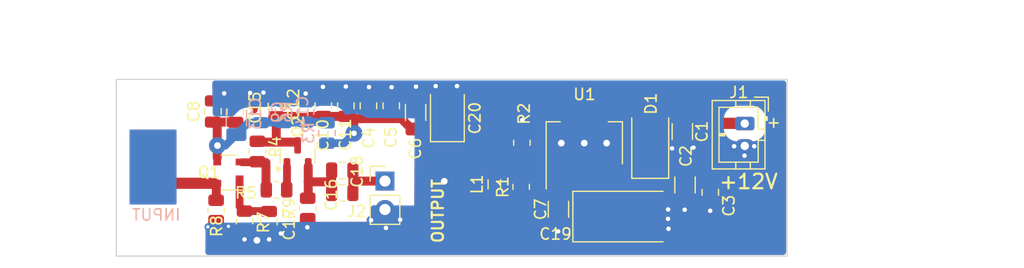
<source format=kicad_pcb>
(kicad_pcb (version 20241229) (generator "pcbnew") (generator_version "9.0")
  (layers (0 "F.Cu" signal) (2 "B.Cu" signal) (13 "F.Paste" user) (15 "B.Paste" user) (5 "F.SilkS" user "F.Silkscreen") (7 "B.SilkS" user "B.Silkscreen") (1 "F.Mask" user) (3 "B.Mask" user) (25 "Edge.Cuts" user))
  (net 0 "")
  (net 1 "GND")
  (net 2 "+12V")
  (net 3 "+11.4V")
  (net 4 "Net-(U1-ADJ)")
  (net 5 "Net-(Q1-G1)")
  (net 6 "Net-(J2-Pin_1)")
  (net 7 "Net-(Q2-E)")
  (net 8 "Net-(Q1-S)")
  (net 9 "Net-(Q1-D)")
  (net 10 "Net-(Q1-G2)")
  (net 11 "Net-(Q2-B)")
  (net 12 "+8V")
  (net 13 "Net-(U1-VO)")
  (footprint "Capacitor_SMD:C_0805_2012Metric" (layer "F.Cu") (at 120.95 84.22 90)
    (property "Reference" "C8" (at 0 -1.71 90) (layer "F.SilkS"))
    (property "Value" "10n")
    (fp_line (start -0.261252 -0.735) (end 0.261252 -0.735) (stroke (width 0.12)) (layer "F.SilkS"))
    (fp_line (start -0.261252 0.735) (end 0.261252 0.735) (stroke (width 0.12)) (layer "F.SilkS"))
    (pad "1" smd roundrect (at -0.95 0 90) (size 1 1.45) (layers "F.Cu" "F.Mask" "F.Paste") (net 10 "Net-(Q1-G2)"))
    (pad "2" smd roundrect (at 0.95 0 90) (size 1 1.45) (layers "F.Cu" "F.Mask" "F.Paste") (net 1 "GND"))
  )
  (footprint "Connector_PinHeader_2.54mm:PinHeader_1x02_P2.54mm_Vertical" (layer "F.Cu") (at 136.33 90.445)
    (property "Reference" "J2" (at -2.53 2.705 0) (layer "F.SilkS"))
    (property "Value" "Conn_01x02_Female")
    (fp_line (start -1.33 -1.33) (end 0 -1.33) (stroke (width 0.12)) (layer "F.SilkS"))
    (fp_line (start -1.33 0) (end -1.33 -1.33) (stroke (width 0.12)) (layer "F.SilkS"))
    (fp_line (start -1.33 1.27) (end -1.33 3.87) (stroke (width 0.12)) (layer "F.SilkS"))
    (fp_line (start -1.33 1.27) (end 1.33 1.27) (stroke (width 0.12)) (layer "F.SilkS"))
    (fp_line (start -1.33 3.87) (end 1.33 3.87) (stroke (width 0.12)) (layer "F.SilkS"))
    (fp_line (start 1.33 1.27) (end 1.33 3.87) (stroke (width 0.12)) (layer "F.SilkS"))
    (pad "1" thru_hole rect (at 0 0) (size 1.7 1.7) (drill 1) (layers "*.Cu" "*.Mask") (net 6 "Net-(J2-Pin_1)"))
    (pad "2" thru_hole oval (at 0 2.54) (size 1.7 1.7) (drill 1) (layers "*.Cu" "*.Mask") (net 1 "GND"))
  )
  (footprint "Capacitor_SMD:C_0805_2012Metric" (layer "F.Cu") (at 126.62 83.74 90)
    (property "Reference" "C12" (at 0.15 1.53 90) (layer "F.SilkS"))
    (property "Value" "1n")
    (fp_line (start -0.261252 -0.735) (end 0.261252 -0.735) (stroke (width 0.12)) (layer "F.SilkS"))
    (fp_line (start -0.261252 0.735) (end 0.261252 0.735) (stroke (width 0.12)) (layer "F.SilkS"))
    (pad "1" smd roundrect (at -0.95 0 90) (size 1 1.45) (layers "F.Cu" "F.Mask" "F.Paste") (net 12 "+8V"))
    (pad "2" smd roundrect (at 0.95 0 90) (size 1 1.45) (layers "F.Cu" "F.Mask" "F.Paste") (net 1 "GND"))
  )
  (footprint "Resistor_SMD:R_0805_2012Metric" (layer "F.Cu") (at 124.92 87.8 90)
    (property "Reference" "R4" (at 0.41 1.6 90) (layer "F.SilkS"))
    (property "Value" "1k3")
    (fp_line (start -0.227064 -0.735) (end 0.227064 -0.735) (stroke (width 0.12)) (layer "F.SilkS"))
    (fp_line (start -0.227064 0.735) (end 0.227064 0.735) (stroke (width 0.12)) (layer "F.SilkS"))
    (pad "1" smd roundrect (at -0.9125 0 90) (size 1.025 1.4) (layers "F.Cu" "F.Mask" "F.Paste") (roundrect_rratio 0.243902439) (net 9 "Net-(Q1-D)"))
    (pad "2" smd roundrect (at 0.9125 0 90) (size 1.025 1.4) (layers "F.Cu" "F.Mask" "F.Paste") (roundrect_rratio 0.243902439) (net 12 "+8V"))
  )
  (footprint "Package_TO_SOT_SMD:SOT-23" (layer "F.Cu") (at 128.5175 88.19 90)
    (property "Reference" "Q2" (at 2.6425 0.04 90) (layer "F.SilkS"))
    (property "Value" "BFR93A")
    (fp_line (start 0 -1.56) (end 0.65 -1.56) (stroke (width 0.12)) (layer "F.SilkS"))
    (fp_line (start 0 -1.56) (end -0.65 -1.56) (stroke (width 0.12)) (layer "F.SilkS"))
    (fp_line (start 0 1.56) (end 0.65 1.56) (stroke (width 0.12)) (layer "F.SilkS"))
    (fp_line (start 0 1.56) (end -0.65 1.56) (stroke (width 0.12)) (layer "F.SilkS"))
    (fp_poly (pts (xy -1.1625 -1.51) (xy -1.4025 -1.84) (xy -0.9225 -1.84) (xy -1.1625 -1.51)) (stroke (width 0.12)) (fill yes) (layer "F.SilkS"))
    (pad "1" smd roundrect (at -0.9375 -0.95 90) (size 1.475 0.6) (layers "F.Cu" "F.Mask" "F.Paste") (net 11 "Net-(Q2-B)"))
    (pad "2" smd roundrect (at -0.9375 0.95 90) (size 1.475 0.6) (layers "F.Cu" "F.Mask" "F.Paste") (net 7 "Net-(Q2-E)"))
    (pad "3" smd roundrect (at 0.9375 0 90) (size 1.475 0.6) (layers "F.Cu" "F.Mask" "F.Paste") (net 12 "+8V"))
  )
  (footprint "Capacitor_SMD:C_0805_2012Metric" (layer "F.Cu") (at 132.83 83.71 90)
    (property "Reference" "C11" (at -2.58 -0.05 90) (layer "F.SilkS"))
    (property "Value" "100n")
    (fp_line (start -0.261252 -0.735) (end 0.261252 -0.735) (stroke (width 0.12)) (layer "F.SilkS"))
    (fp_line (start -0.261252 0.735) (end 0.261252 0.735) (stroke (width 0.12)) (layer "F.SilkS"))
    (pad "1" smd roundrect (at -0.95 0 90) (size 1 1.45) (layers "F.Cu" "F.Mask" "F.Paste") (net 12 "+8V"))
    (pad "2" smd roundrect (at 0.95 0 90) (size 1 1.45) (layers "F.Cu" "F.Mask" "F.Paste") (net 1 "GND"))
  )
  (footprint "Capacitor_SMD:C_0805_2012Metric" (layer "F.Cu") (at 134.85 83.71 90)
    (property "Reference" "C4" (at -2.86 0.02 90) (layer "F.SilkS"))
    (property "Value" "4.7u")
    (fp_line (start -0.261252 -0.735) (end 0.261252 -0.735) (stroke (width 0.12)) (layer "F.SilkS"))
    (fp_line (start -0.261252 0.735) (end 0.261252 0.735) (stroke (width 0.12)) (layer "F.SilkS"))
    (pad "1" smd roundrect (at -0.95 0 90) (size 1 1.45) (layers "F.Cu" "F.Mask" "F.Paste") (net 12 "+8V"))
    (pad "2" smd roundrect (at 0.95 0 90) (size 1 1.45) (layers "F.Cu" "F.Mask" "F.Paste") (net 1 "GND"))
  )
  (footprint "Capacitor_SMD:C_0805_2012Metric" (layer "F.Cu") (at 132.51 89.5)
    (property "Reference" "C18" (at 1.33 0.09 90) (layer "F.SilkS"))
    (property "Value" "330n")
    (fp_line (start -0.261252 -0.735) (end 0.261252 -0.735) (stroke (width 0.12)) (layer "F.SilkS"))
    (fp_line (start -0.261252 0.735) (end 0.261252 0.735) (stroke (width 0.12)) (layer "F.SilkS"))
    (pad "1" smd roundrect (at -0.95 0) (size 1 1.45) (layers "F.Cu" "F.Mask" "F.Paste") (net 7 "Net-(Q2-E)"))
    (pad "2" smd roundrect (at 0.95 0) (size 1 1.45) (layers "F.Cu" "F.Mask" "F.Paste") (net 6 "Net-(J2-Pin_1)"))
  )
  (footprint "Capacitor_SMD:C_0805_2012Metric" (layer "F.Cu") (at 132.51 91.51)
    (property "Reference" "C16" (at -0.99 0.16 90) (layer "F.SilkS"))
    (property "Value" "1n")
    (fp_line (start -0.261252 -0.735) (end 0.261252 -0.735) (stroke (width 0.12)) (layer "F.SilkS"))
    (fp_line (start -0.261252 0.735) (end 0.261252 0.735) (stroke (width 0.12)) (layer "F.SilkS"))
    (pad "1" smd roundrect (at -0.95 0) (size 1 1.45) (layers "F.Cu" "F.Mask" "F.Paste") (net 7 "Net-(Q2-E)"))
    (pad "2" smd roundrect (at 0.95 0) (size 1 1.45) (layers "F.Cu" "F.Mask" "F.Paste") (net 6 "Net-(J2-Pin_1)"))
  )
  (footprint "Capacitor_SMD:C_0805_2012Metric" (layer "F.Cu") (at 165.42 91.45 -90)
    (property "Reference" "C3" (at 1.2 -1.66 90) (layer "F.SilkS"))
    (property "Value" "100n")
    (fp_line (start -0.261252 0.735) (end 0.261252 0.735) (stroke (width 0.12)) (layer "F.SilkS"))
    (fp_line (start -0.261252 -0.735) (end 0.261252 -0.735) (stroke (width 0.12)) (layer "F.SilkS"))
    (pad "1" smd roundrect (at -0.95 0 270) (size 1 1.45) (layers "F.Cu" "F.Mask" "F.Paste") (net 3 "+11.4V"))
    (pad "2" smd roundrect (at 0.95 0 270) (size 1 1.45) (layers "F.Cu" "F.Mask" "F.Paste") (net 1 "GND"))
  )
  (footprint "Capacitor_SMD:C_0805_2012Metric" (layer "F.Cu") (at 136.89 83.71 90)
    (property "Reference" "C5" (at -2.83 -0.03 90) (layer "F.SilkS"))
    (property "Value" "100n")
    (fp_line (start -0.261252 -0.735) (end 0.261252 -0.735) (stroke (width 0.12)) (layer "F.SilkS"))
    (fp_line (start -0.261252 0.735) (end 0.261252 0.735) (stroke (width 0.12)) (layer "F.SilkS"))
    (pad "1" smd roundrect (at -0.95 0 90) (size 1 1.45) (layers "F.Cu" "F.Mask" "F.Paste") (net 12 "+8V"))
    (pad "2" smd roundrect (at 0.95 0 90) (size 1 1.45) (layers "F.Cu" "F.Mask" "F.Paste") (net 1 "GND"))
  )
  (footprint "Resistor_SMD:R_0805_2012Metric" (layer "F.Cu") (at 148.57 87.02 90)
    (property "Reference" "R2" (at 2.6 0.2 90) (layer "F.SilkS"))
    (property "Value" "1k3")
    (fp_line (start -0.227064 -0.735) (end 0.227064 -0.735) (stroke (width 0.12)) (layer "F.SilkS"))
    (fp_line (start -0.227064 0.735) (end 0.227064 0.735) (stroke (width 0.12)) (layer "F.SilkS"))
    (pad "1" smd roundrect (at -0.9125 0 90) (size 1.025 1.4) (layers "F.Cu" "F.Mask" "F.Paste") (roundrect_rratio 0.243902439) (net 4 "Net-(U1-ADJ)"))
    (pad "2" smd roundrect (at 0.9125 0 90) (size 1.025 1.4) (layers "F.Cu" "F.Mask" "F.Paste") (roundrect_rratio 0.243902439) (net 1 "GND"))
  )
  (footprint "Capacitor_SMD:C_1206_3216Metric" (layer "F.Cu") (at 162.92 86.02 -90)
    (property "Reference" "C1" (at -0.01 -1.75 270) (layer "F.SilkS"))
    (property "Value" "100n")
    (fp_line (start -0.711252 0.91) (end 0.711252 0.91) (stroke (width 0.12)) (layer "F.SilkS"))
    (fp_line (start -0.711252 -0.91) (end 0.711252 -0.91) (stroke (width 0.12)) (layer "F.SilkS"))
    (pad "1" smd roundrect (at -1.475 0 270) (size 1.15 1.8) (layers "F.Cu" "F.Mask" "F.Paste") (roundrect_rratio 0.217391) (net 2 "+12V"))
    (pad "2" smd roundrect (at 1.475 0 270) (size 1.15 1.8) (layers "F.Cu" "F.Mask" "F.Paste") (roundrect_rratio 0.217391) (net 1 "GND"))
  )
  (footprint "Capacitor_Tantalum_SMD:CP_EIA-7343-43_Kemet-X" (layer "F.Cu") (at 157.5425 93.62)
    (property "Reference" "C19" (at -5.9625 1.56 0) (layer "F.SilkS"))
    (property "Value" "47u/16V")
    (fp_line (start -4.41 -2.26) (end -4.41 2.26) (stroke (width 0.12)) (layer "F.SilkS"))
    (fp_line (start -4.41 2.26) (end 3.65 2.26) (stroke (width 0.12)) (layer "F.SilkS"))
    (fp_line (start 3.65 -2.26) (end -4.41 -2.26) (stroke (width 0.12)) (layer "F.SilkS"))
    (pad "1" smd roundrect (at -3.1125 0) (size 2.075 2.55) (layers "F.Cu" "F.Mask" "F.Paste") (roundrect_rratio 0.120482) (net 13 "Net-(U1-VO)"))
    (pad "2" smd roundrect (at 3.1125 0) (size 2.075 2.55) (layers "F.Cu" "F.Mask" "F.Paste") (roundrect_rratio 0.120482) (net 1 "GND"))
  )
  (footprint "Resistor_SMD:R_0805_2012Metric" (layer "F.Cu") (at 148.51 90.96 90)
    (property "Reference" "R1" (at -0.02 -1.65 90) (layer "F.SilkS"))
    (property "Value" "240")
    (fp_line (start -0.227064 -0.735) (end 0.227064 -0.735) (stroke (width 0.12)) (layer "F.SilkS"))
    (fp_line (start -0.227064 0.735) (end 0.227064 0.735) (stroke (width 0.12)) (layer "F.SilkS"))
    (pad "1" smd roundrect (at -0.9125 0 90) (size 1.025 1.4) (layers "F.Cu" "F.Mask" "F.Paste") (roundrect_rratio 0.243902439) (net 13 "Net-(U1-VO)"))
    (pad "2" smd roundrect (at 0.9125 0 90) (size 1.025 1.4) (layers "F.Cu" "F.Mask" "F.Paste") (roundrect_rratio 0.243902439) (net 4 "Net-(U1-ADJ)"))
  )
  (footprint "Capacitor_Tantalum_SMD:CP_EIA-3528-12_Kemet-T" (layer "F.Cu") (at 141.91 84.46 90)
    (property "Reference" "C20" (at -0.355 2.46 90) (layer "F.SilkS"))
    (property "Value" "10u/16V")
    (fp_line (start 1.75 -1.51) (end -2.46 -1.51) (stroke (width 0.12)) (layer "F.SilkS"))
    (fp_line (start -2.46 -1.51) (end -2.46 1.51) (stroke (width 0.12)) (layer "F.SilkS"))
    (fp_line (start -2.46 1.51) (end 1.75 1.51) (stroke (width 0.12)) (layer "F.SilkS"))
    (pad "1" smd roundrect (at -1.5375 0 90) (size 1.325 2.35) (layers "F.Cu" "F.Mask" "F.Paste") (roundrect_rratio 0.188679) (net 12 "+8V"))
    (pad "2" smd roundrect (at 1.5375 0 90) (size 1.325 2.35) (layers "F.Cu" "F.Mask" "F.Paste") (roundrect_rratio 0.188679) (net 1 "GND"))
  )
  (footprint "Resistor_SMD:R_0805_2012Metric" (layer "F.Cu") (at 121.23 93.0725 90)
    (property "Reference" "R8" (at -1.4 0.05 90) (layer "F.SilkS"))
    (property "Value" "10M")
    (fp_line (start -0.227064 -0.735) (end 0.227064 -0.735) (stroke (width 0.12)) (layer "F.SilkS"))
    (fp_line (start -0.227064 0.735) (end 0.227064 0.735) (stroke (width 0.12)) (layer "F.SilkS"))
    (pad "1" smd roundrect (at -0.9125 0 90) (size 1.025 1.4) (layers "F.Cu" "F.Mask" "F.Paste") (roundrect_rratio 0.243902439) (net 1 "GND"))
    (pad "2" smd roundrect (at 0.9125 0 90) (size 1.025 1.4) (layers "F.Cu" "F.Mask" "F.Paste") (roundrect_rratio 0.243902439) (net 5 "Net-(Q1-G1)"))
  )
  (footprint "Inductor_SMD:L_0805_2012Metric_Pad1.05x1.20mm_HandSolder" (layer "F.Cu") (at 146.11 90.73 90)
    (property "Reference" "L1" (at 0 -1.55 90) (layer "F.SilkS"))
    (property "Value" "2u")
    (fp_line (start -0.410242 -0.56) (end 0.410242 -0.56) (stroke (width 0.12)) (layer "F.SilkS"))
    (fp_line (start -0.410242 0.56) (end 0.410242 0.56) (stroke (width 0.12)) (layer "F.SilkS"))
    (pad "1" smd roundrect (at -1.15 0 90) (size 1.05 1.2) (layers "F.Cu" "F.Mask" "F.Paste") (roundrect_rratio 0.238095) (net 13 "Net-(U1-VO)"))
    (pad "2" smd roundrect (at 1.15 0 90) (size 1.05 1.2) (layers "F.Cu" "F.Mask" "F.Paste") (roundrect_rratio 0.238095) (net 12 "+8V"))
  )
  (footprint "Resistor_SMD:R_0805_2012Metric" (layer "F.Cu") (at 129.42 92.89 90)
    (property "Reference" "R9" (at 0 -1.65 90) (layer "F.SilkS"))
    (property "Value" "160")
    (fp_line (start -0.227064 -0.735) (end 0.227064 -0.735) (stroke (width 0.12)) (layer "F.SilkS"))
    (fp_line (start -0.227064 0.735) (end 0.227064 0.735) (stroke (width 0.12)) (layer "F.SilkS"))
    (pad "1" smd roundrect (at -0.9125 0 90) (size 1.025 1.4) (layers "F.Cu" "F.Mask" "F.Paste") (roundrect_rratio 0.243902439) (net 1 "GND"))
    (pad "2" smd roundrect (at 0.9125 0 90) (size 1.025 1.4) (layers "F.Cu" "F.Mask" "F.Paste") (roundrect_rratio 0.243902439) (net 7 "Net-(Q2-E)"))
  )
  (footprint "Diode_SMD:D_SMA" (layer "F.Cu") (at 160.05 86.8 90)
    (property "Reference" "D1" (at 3.27 0.06 90) (layer "F.SilkS"))
    (property "Value" "US1M")
    (fp_line (start -3.4 -1.65) (end 2 -1.65) (stroke (width 0.12)) (layer "F.SilkS"))
    (fp_line (start -3.4 -1.65) (end -3.4 1.65) (stroke (width 0.12)) (layer "F.SilkS"))
    (fp_line (start -3.4 1.65) (end 2 1.65) (stroke (width 0.12)) (layer "F.SilkS"))
    (pad "1" smd rect (at -2 0 90) (size 2.5 1.8) (layers "F.Cu" "F.Mask" "F.Paste") (net 3 "+11.4V"))
    (pad "2" smd rect (at 2 0 90) (size 2.5 1.8) (layers "F.Cu" "F.Mask" "F.Paste") (net 2 "+12V"))
  )
  (footprint "Package_TO_SOT_SMD:SOT-223-3_TabPin2" (layer "F.Cu") (at 154.15 87.05 90)
    (property "Reference" "U1" (at 4.36 0.02 0) (layer "F.SilkS"))
    (property "Value" "AMS1117")
    (fp_line (start 1.91 -3.41) (end 1.91 -2.15) (stroke (width 0.12)) (layer "F.SilkS"))
    (fp_line (start -4.1 -3.41) (end 1.91 -3.41) (stroke (width 0.12)) (layer "F.SilkS"))
    (fp_line (start 1.91 3.41) (end 1.91 2.15) (stroke (width 0.12)) (layer "F.SilkS"))
    (fp_line (start -1.85 3.41) (end 1.91 3.41) (stroke (width 0.12)) (layer "F.SilkS"))
    (pad "1" smd rect (at -3.15 -2.3 90) (size 2 1.5) (layers "F.Cu" "F.Mask" "F.Paste") (net 4 "Net-(U1-ADJ)"))
    (pad "2" smd rect (at -3.15 0 90) (size 2 1.5) (layers "F.Cu" "F.Mask" "F.Paste") (net 13 "Net-(U1-VO)"))
    (pad "2" smd rect (at 3.15 0 90) (size 2 3.8) (layers "F.Cu" "F.Mask" "F.Paste") (net 13 "Net-(U1-VO)"))
    (pad "3" smd rect (at -3.15 2.3 90) (size 2 1.5) (layers "F.Cu" "F.Mask" "F.Paste") (net 3 "+11.4V"))
  )
  (footprint "Capacitor_SMD:C_1206_3216Metric" (layer "F.Cu") (at 163.16 90.79 -90)
    (property "Reference" "C2" (at -2.58 -0.08 90) (layer "F.SilkS"))
    (property "Value" "1u")
    (fp_line (start -0.711252 0.91) (end 0.711252 0.91) (stroke (width 0.12)) (layer "F.SilkS"))
    (fp_line (start -0.711252 -0.91) (end 0.711252 -0.91) (stroke (width 0.12)) (layer "F.SilkS"))
    (pad "1" smd roundrect (at -1.475 0 270) (size 1.15 1.8) (layers "F.Cu" "F.Mask" "F.Paste") (roundrect_rratio 0.2173913043) (net 3 "+11.4V"))
    (pad "2" smd roundrect (at 1.475 0 270) (size 1.15 1.8) (layers "F.Cu" "F.Mask" "F.Paste") (roundrect_rratio 0.2173913043) (net 1 "GND"))
  )
  (footprint "Package_TO_SOT_SMD:SOT-143" (layer "F.Cu") (at 122.33 89.69 180)
    (property "Reference" "Q1" (at 1.74 0.03 180) (layer "F.SilkS"))
    (property "Value" "BF994S")
    (fp_line (start 0.65 -1.56) (end -1.35 -1.56) (stroke (width 0.12)) (layer "F.SilkS"))
    (fp_line (start -0.65 1.56) (end 0.65 1.56) (stroke (width 0.12)) (layer "F.SilkS"))
    (pad "1" smd rect (at -1 -0.75 180) (size 0.7 1) (layers "F.Cu" "F.Mask" "F.Paste") (net 8 "Net-(Q1-S)"))
    (pad "2" smd rect (at -1 0.95 180) (size 0.7 0.6) (layers "F.Cu" "F.Mask" "F.Paste") (net 9 "Net-(Q1-D)"))
    (pad "3" smd rect (at 1 0.95 180) (size 0.7 0.6) (layers "F.Cu" "F.Mask" "F.Paste") (net 10 "Net-(Q1-G2)"))
    (pad "4" smd rect (at 1 -0.95 180) (size 0.7 0.6) (layers "F.Cu" "F.Mask" "F.Paste") (net 5 "Net-(Q1-G1)"))
  )
  (footprint "Capacitor_SMD:C_0805_2012Metric" (layer "F.Cu") (at 130.82 83.71 90)
    (property "Reference" "C10" (at -2.63 -0.05 90) (layer "F.SilkS"))
    (property "Value" "1n")
    (fp_line (start -0.261252 -0.735) (end 0.261252 -0.735) (stroke (width 0.12)) (layer "F.SilkS"))
    (fp_line (start -0.261252 0.735) (end 0.261252 0.735) (stroke (width 0.12)) (layer "F.SilkS"))
    (pad "1" smd roundrect (at -0.95 0 90) (size 1 1.45) (layers "F.Cu" "F.Mask" "F.Paste") (net 12 "+8V"))
    (pad "2" smd roundrect (at 0.95 0 90) (size 1 1.45) (layers "F.Cu" "F.Mask" "F.Paste") (net 1 "GND"))
  )
  (footprint "Capacitor_SMD:C_0805_2012Metric" (layer "F.Cu") (at 125.95 94.11 -90)
    (property "Reference" "C17" (at 0.2 -1.8 90) (layer "F.SilkS"))
    (property "Value" "100n")
    (fp_line (start -0.261252 0.735) (end 0.261252 0.735) (stroke (width 0.12)) (layer "F.SilkS"))
    (fp_line (start -0.261252 -0.735) (end 0.261252 -0.735) (stroke (width 0.12)) (layer "F.SilkS"))
    (pad "1" smd roundrect (at -0.95 0 270) (size 1 1.45) (layers "F.Cu" "F.Mask" "F.Paste") (net 8 "Net-(Q1-S)"))
    (pad "2" smd roundrect (at 0.95 0 270) (size 1 1.45) (layers "F.Cu" "F.Mask" "F.Paste") (net 1 "GND"))
  )
  (footprint "Connector_JST:JST_PH_B2B-PH-K_1x02_P2.00mm_Vertical" (layer "F.Cu") (at 168.5 85.3 -90)
    (property "Reference" "J1" (at -2.79 0.53 180) (layer "F.SilkS"))
    (property "Value" "Conn_01x02_Female")
    (fp_line (start -2.06 2.91) (end 4.06 2.91) (stroke (width 0.12)) (layer "F.SilkS"))
    (fp_line (start 4.06 2.91) (end 4.06 -1.81) (stroke (width 0.12)) (layer "F.SilkS"))
    (fp_line (start -1.45 2.3) (end 3.45 2.3) (stroke (width 0.12)) (layer "F.SilkS"))
    (fp_line (start 0.9 2.3) (end 0.9 1.8) (stroke (width 0.12)) (layer "F.SilkS"))
    (fp_line (start 1 2.3) (end 1 1.8) (stroke (width 0.12)) (layer "F.SilkS"))
    (fp_line (start 3.45 2.3) (end 3.45 -1.2) (stroke (width 0.12)) (layer "F.SilkS"))
    (fp_line (start 0.9 1.8) (end 1.1 1.8) (stroke (width 0.12)) (layer "F.SilkS"))
    (fp_line (start 1.1 1.8) (end 1.1 2.3) (stroke (width 0.12)) (layer "F.SilkS"))
    (fp_line (start -2.06 0.8) (end -1.45 0.8) (stroke (width 0.12)) (layer "F.SilkS"))
    (fp_line (start 4.06 0.8) (end 3.45 0.8) (stroke (width 0.12)) (layer "F.SilkS"))
    (fp_line (start -2.06 -0.5) (end -1.45 -0.5) (stroke (width 0.12)) (layer "F.SilkS"))
    (fp_line (start 4.06 -0.5) (end 3.45 -0.5) (stroke (width 0.12)) (layer "F.SilkS"))
    (fp_line (start -1.45 -1.2) (end -1.45 2.3) (stroke (width 0.12)) (layer "F.SilkS"))
    (fp_line (start 0.5 -1.2) (end -1.45 -1.2) (stroke (width 0.12)) (layer "F.SilkS"))
    (fp_line (start 1.5 -1.2) (end 1.5 -1.81) (stroke (width 0.12)) (layer "F.SilkS"))
    (fp_line (start 3.45 -1.2) (end 1.5 -1.2) (stroke (width 0.12)) (layer "F.SilkS"))
    (fp_line (start -2.06 -1.81) (end -2.06 2.91) (stroke (width 0.12)) (layer "F.SilkS"))
    (fp_line (start -0.3 -1.81) (end -0.3 -2.01) (stroke (width 0.12)) (layer "F.SilkS"))
    (fp_line (start 0.5 -1.81) (end 0.5 -1.2) (stroke (width 0.12)) (layer "F.SilkS"))
    (fp_line (start 4.06 -1.81) (end -2.06 -1.81) (stroke (width 0.12)) (layer "F.SilkS"))
    (fp_line (start -0.3 -1.91) (end -0.6 -1.91) (stroke (width 0.12)) (layer "F.SilkS"))
    (fp_line (start -0.6 -2.01) (end -0.6 -1.81) (stroke (width 0.12)) (layer "F.SilkS"))
    (fp_line (start -0.3 -2.01) (end -0.6 -2.01) (stroke (width 0.12)) (layer "F.SilkS"))
    (fp_line (start -2.36 -2.11) (end -2.36 -0.86) (stroke (width 0.12)) (layer "F.SilkS"))
    (fp_line (start -1.11 -2.11) (end -2.36 -2.11) (stroke (width 0.12)) (layer "F.SilkS"))
    (pad "1" thru_hole roundrect (at 0 0 270) (size 1.2 1.75) (drill 0.75) (layers "*.Cu" "*.Mask") (roundrect_rratio 0.2083333333) (net 2 "+12V"))
    (pad "2" thru_hole oval (at 2 0 270) (size 1.2 1.75) (drill 0.75) (layers "*.Cu" "*.Mask") (net 1 "GND"))
  )
  (footprint "Capacitor_SMD:C_1206_3216Metric" (layer "F.Cu") (at 139.07 84.31 90)
    (property "Reference" "C6" (at -3.23 -0.03 90) (layer "F.SilkS"))
    (property "Value" "10u/12V")
    (fp_line (start -0.711252 -0.91) (end 0.711252 -0.91) (stroke (width 0.12)) (layer "F.SilkS"))
    (fp_line (start -0.711252 0.91) (end 0.711252 0.91) (stroke (width 0.12)) (layer "F.SilkS"))
    (pad "1" smd roundrect (at -1.475 0 90) (size 1.15 1.8) (layers "F.Cu" "F.Mask" "F.Paste") (roundrect_rratio 0.2173913043) (net 12 "+8V"))
    (pad "2" smd roundrect (at 1.475 0 90) (size 1.15 1.8) (layers "F.Cu" "F.Mask" "F.Paste") (roundrect_rratio 0.2173913043) (net 1 "GND"))
  )
  (footprint "Resistor_SMD:R_0805_2012Metric" (layer "F.Cu") (at 126.63 91.22 180)
    (property "Reference" "R5" (at 2.73 -0.28 0) (layer "F.SilkS"))
    (property "Value" "22")
    (fp_line (start -0.227064 0.735) (end 0.227064 0.735) (stroke (width 0.12)) (layer "F.SilkS"))
    (fp_line (start -0.227064 -0.735) (end 0.227064 -0.735) (stroke (width 0.12)) (layer "F.SilkS"))
    (pad "1" smd roundrect (at -0.9125 0 180) (size 1.025 1.4) (layers "F.Cu" "F.Mask" "F.Paste") (roundrect_rratio 0.243902439) (net 11 "Net-(Q2-B)"))
    (pad "2" smd roundrect (at 0.9125 0 180) (size 1.025 1.4) (layers "F.Cu" "F.Mask" "F.Paste") (roundrect_rratio 0.243902439) (net 9 "Net-(Q1-D)"))
  )
  (footprint "Capacitor_SMD:C_0805_2012Metric" (layer "F.Cu") (at 122.94 84.24 90)
    (property "Reference" "C15" (at 0.36 1.77 90) (layer "F.SilkS"))
    (property "Value" "1n")
    (fp_line (start -0.261252 -0.735) (end 0.261252 -0.735) (stroke (width 0.12)) (layer "F.SilkS"))
    (fp_line (start -0.261252 0.735) (end 0.261252 0.735) (stroke (width 0.12)) (layer "F.SilkS"))
    (pad "1" smd roundrect (at -0.95 0 90) (size 1 1.45) (layers "F.Cu" "F.Mask" "F.Paste") (net 10 "Net-(Q1-G2)"))
    (pad "2" smd roundrect (at 0.95 0 90) (size 1 1.45) (layers "F.Cu" "F.Mask" "F.Paste") (net 1 "GND"))
  )
  (footprint "Resistor_SMD:R_0805_2012Metric" (layer "F.Cu") (at 123.77 94.04 90)
    (property "Reference" "R7" (at -0.1 1.7 90) (layer "F.SilkS"))
    (property "Value" "51")
    (fp_line (start -0.227064 -0.735) (end 0.227064 -0.735) (stroke (width 0.12)) (layer "F.SilkS"))
    (fp_line (start -0.227064 0.735) (end 0.227064 0.735) (stroke (width 0.12)) (layer "F.SilkS"))
    (pad "1" smd roundrect (at -0.9125 0 90) (size 1.025 1.4) (layers "F.Cu" "F.Mask" "F.Paste") (roundrect_rratio 0.243902439) (net 1 "GND"))
    (pad "2" smd roundrect (at 0.9125 0 90) (size 1.025 1.4) (layers "F.Cu" "F.Mask" "F.Paste") (roundrect_rratio 0.243902439) (net 8 "Net-(Q1-S)"))
  )
  (footprint "Capacitor_SMD:C_1206_3216Metric" (layer "F.Cu") (at 151.84 92.97 -90)
    (property "Reference" "C7" (at 0 1.6 90) (layer "F.SilkS"))
    (property "Value" "10u/12V")
    (fp_line (start -0.711252 0.91) (end 0.711252 0.91) (stroke (width 0.12)) (layer "F.SilkS"))
    (fp_line (start -0.711252 -0.91) (end 0.711252 -0.91) (stroke (width 0.12)) (layer "F.SilkS"))
    (pad "1" smd roundrect (at -1.475 0 270) (size 1.15 1.8) (layers "F.Cu" "F.Mask" "F.Paste") (roundrect_rratio 0.2173913043) (net 4 "Net-(U1-ADJ)"))
    (pad "2" smd roundrect (at 1.475 0 270) (size 1.15 1.8) (layers "F.Cu" "F.Mask" "F.Paste") (roundrect_rratio 0.2173913043) (net 1 "GND"))
  )
  (footprint "Resistor_SMD:R_0805_2012Metric" (layer "B.Cu") (at 129.23 84.26 -90)
    (property "Reference" "R6" (at 0 1.7 90) (layer "B.SilkS") (effects (justify mirror)))
    (property "Value" "10k")
    (fp_line (start -0.227064 0.735) (end 0.227064 0.735) (stroke (width 0.12)) (layer "B.SilkS"))
    (fp_line (start -0.227064 -0.735) (end 0.227064 -0.735) (stroke (width 0.12)) (layer "B.SilkS"))
    (pad "1" smd roundrect (at -0.9125 0 270) (size 1.025 1.4) (layers "B.Cu" "B.Mask" "B.Paste") (roundrect_rratio 0.243902439) (net 1 "GND"))
    (pad "2" smd roundrect (at 0.9125 0 270) (size 1.025 1.4) (layers "B.Cu" "B.Mask" "B.Paste") (roundrect_rratio 0.243902439) (net 10 "Net-(Q1-G2)"))
  )
  (footprint "Capacitor_SMD:C_0805_2012Metric" (layer "B.Cu") (at 125.22 84.27 90)
    (property "Reference" "C9" (at 0 1.5 90) (layer "B.SilkS") (effects (justify mirror)))
    (property "Value" "1n")
    (fp_line (start -0.261252 -0.735) (end 0.261252 -0.735) (stroke (width 0.12)) (layer "B.SilkS"))
    (fp_line (start -0.261252 0.735) (end 0.261252 0.735) (stroke (width 0.12)) (layer "B.SilkS"))
    (pad "1" smd roundrect (at -0.95 0 90) (size 1 1.45) (layers "B.Cu" "B.Mask" "B.Paste") (net 10 "Net-(Q1-G2)"))
    (pad "2" smd roundrect (at 0.95 0 90) (size 1 1.45) (layers "B.Cu" "B.Mask" "B.Paste") (net 1 "GND"))
  )
  (footprint "Resistor_SMD:R_0805_2012Metric" (layer "B.Cu") (at 131.14 86.14 -90)
    (property "Reference" "R3" (at 0 1.65 90) (layer "B.SilkS") (effects (justify mirror)))
    (property "Value" "10k")
    (fp_line (start -0.227064 0.735) (end 0.227064 0.735) (stroke (width 0.12)) (layer "B.SilkS"))
    (fp_line (start -0.227064 -0.735) (end 0.227064 -0.735) (stroke (width 0.12)) (layer "B.SilkS"))
    (pad "1" smd roundrect (at -0.9125 0 270) (size 1.025 1.4) (layers "B.Cu" "B.Mask" "B.Paste") (roundrect_rratio 0.243902439) (net 10 "Net-(Q1-G2)"))
    (pad "2" smd roundrect (at 0.9125 0 270) (size 1.025 1.4) (layers "B.Cu" "B.Mask" "B.Paste") (roundrect_rratio 0.243902439) (net 12 "+8V"))
  )
  (footprint "Capacitor_SMD:C_1206_3216Metric" (layer "B.Cu") (at 123.04 84.81 90)
    (property "Reference" "C13" (at 0.4 1.7 90) (layer "B.SilkS") (effects (justify mirror)))
    (property "Value" "10u")
    (fp_line (start -0.711252 -0.91) (end 0.711252 -0.91) (stroke (width 0.12)) (layer "B.SilkS"))
    (fp_line (start -0.711252 0.91) (end 0.711252 0.91) (stroke (width 0.12)) (layer "B.SilkS"))
    (pad "1" smd roundrect (at -1.475 0 90) (size 1.15 1.8) (layers "B.Cu" "B.Mask" "B.Paste") (roundrect_rratio 0.2173913043) (net 10 "Net-(Q1-G2)"))
    (pad "2" smd roundrect (at 1.475 0 90) (size 1.15 1.8) (layers "B.Cu" "B.Mask" "B.Paste") (roundrect_rratio 0.2173913043) (net 1 "GND"))
  )
  (footprint "Capacitor_SMD:C_0805_2012Metric" (layer "B.Cu") (at 127.26 84.27 90)
    (property "Reference" "C14" (at 0 1.7 90) (layer "B.SilkS") (effects (justify mirror)))
    (property "Value" "10n")
    (fp_line (start -0.261252 -0.735) (end 0.261252 -0.735) (stroke (width 0.12)) (layer "B.SilkS"))
    (fp_line (start -0.261252 0.735) (end 0.261252 0.735) (stroke (width 0.12)) (layer "B.SilkS"))
    (pad "1" smd roundrect (at -0.95 0 90) (size 1 1.45) (layers "B.Cu" "B.Mask" "B.Paste") (net 10 "Net-(Q1-G2)"))
    (pad "2" smd roundrect (at 0.95 0 90) (size 1 1.45) (layers "B.Cu" "B.Mask" "B.Paste") (net 1 "GND"))
  )
  (gr_rect (start 113.59 85.94) (end 117.59 92.44) (stroke (width 0.2)) (fill yes) (layer "F.Cu") (net 5))
  (gr_rect (start 113.59 85.94) (end 117.59 92.44) (stroke (width 0.2)) (fill yes) (layer "B.Cu") (net 5))
  (gr_rect (start 112.3 81.35) (end 172.3 97.15) (stroke (width 0.1)) (fill no) (layer "Edge.Cuts"))
  (gr_text "+" (at 171.09 85.17 0) (layer "F.SilkS") (effects (font (size 1 1))))
  (gr_text "OUTPUT" (at 141.06 93.12 90) (layer "F.SilkS") (effects (font (size 1 1) (thickness 0.2))))
  (gr_text "+12V" (at 168.84 90.49 0) (layer "F.SilkS") (effects (font (size 1.3 1.3) (thickness 0.2))))
  (gr_text "INPUT" (at 115.88 93.47 0) (layer "B.SilkS") (effects (font (size 1 1)) (justify mirror)))
  (via (at 141.63 90.46) (size 1.6) (drill 0.6) (layers "F.Cu" "B.Cu") (net 1))
  (via (at 137.69 93.9) (size 0.8) (drill 0.4) (layers "F.Cu" "B.Cu") (net 1))
  (via (at 127.02 95.13) (size 0.8) (drill 0.4) (layers "F.Cu" "B.Cu") (net 1))
  (via (at 134.9 82.04) (size 0.8) (drill 0.4) (layers "F.Cu" "B.Cu") (net 1))
  (via (at 162 87.52) (size 0.8) (drill 0.4) (layers "F.Cu" "B.Cu") (net 1))
  (via (at 123.77 95.66) (size 0.8) (drill 0.4) (layers "F.Cu" "B.Cu") (net 1))
  (via (at 142.77 81.95) (size 0.8) (drill 0.4) (layers "F.Cu" "B.Cu") (net 1))
  (via (at 139.1 82) (size 0.8) (drill 0.4) (layers "F.Cu" "B.Cu") (net 1))
  (via (at 120.49 94.54) (size 0.6) (drill 0.3) (layers "F.Cu" "B.Cu") (net 1))
  (via (at 163.91 87.45) (size 0.8) (drill 0.4) (layers "F.Cu" "B.Cu") (net 1))
  (via (at 129.24 82.62) (size 0.8) (drill 0.4) (layers "F.Cu" "B.Cu") (net 1))
  (via (at 163.13 93.01) (size 0.8) (drill 0.4) (layers "F.Cu" "B.Cu") (net 1))
  (via (at 168.48 88.17) (size 0.8) (drill 0.4) (layers "F.Cu" "B.Cu") (net 1))
  (via (at 152.1 87.05) (size 1.5) (drill 0.6) (layers "F.Cu" "B.Cu") (net 1))
  (via (at 154.15 87.05) (size 1.5) (drill 0.6) (layers "F.Cu" "B.Cu") (net 1))
  (via (at 135.09 93.95) (size 0.8) (drill 0.4) (layers "F.Cu" "B.Cu") (net 1))
  (via (at 124.27 82.56) (size 0.8) (drill 0.4) (layers "F.Cu" "B.Cu") (net 1))
  (via (at 161.64 93.82) (size 0.8) (drill 0.4) (layers "F.Cu" "B.Cu") (net 1))
  (via (at 125.46 82.53) (size 0.8) (drill 0.4) (layers "F.Cu" "B.Cu") (net 1))
  (via (at 148.61 84.99) (size 0.8) (drill 0.4) (layers "F.Cu" "B.Cu") (net 1))
  (via (at 151.81 94.94) (size 0.8) (drill 0.4) (layers "F.Cu" "B.Cu") (net 1))
  (via (at 132.83 81.99) (size 0.8) (drill 0.4) (layers "F.Cu" "B.Cu") (net 1))
  (via (at 121.95 82.6) (size 0.8) (drill 0.4) (layers "F.Cu" "B.Cu") (net 1))
  (via (at 124.88 95.74) (size 1.6) (drill 0.6) (layers "F.Cu" "B.Cu") (net 1))
  (via (at 136.42 94.63) (size 0.8) (drill 0.4) (layers "F.Cu" "B.Cu") (net 1))
  (via (at 122.33 94.49) (size 0.6) (drill 0.3) (layers "F.Cu" "B.Cu") (net 1))
  (via (at 136.92 82.05) (size 0.8) (drill 0.4) (layers "F.Cu" "B.Cu") (net 1))
  (via (at 140.86 81.95) (size 0.8) (drill 0.4) (layers "F.Cu" "B.Cu") (net 1))
  (via (at 129.39 94.58) (size 0.8) (drill 0.4) (layers "F.Cu" "B.Cu") (net 1))
  (via (at 165.41 93.1) (size 0.8) (drill 0.4) (layers "F.Cu" "B.Cu") (net 1))
  (via (at 130.78 82.02) (size 0.8) (drill 0.4) (layers "F.Cu" "B.Cu") (net 1))
  (via (at 125.97 95.66) (size 0.8) (drill 0.4) (layers "F.Cu" "B.Cu") (net 1))
  (via (at 156.15 87.05) (size 1.5) (drill 0.6) (layers "F.Cu" "B.Cu") (net 1))
  (via (at 167.55 87.33) (size 0.8) (drill 0.4) (layers "F.Cu" "B.Cu") (net 1))
  (via (at 161.65 92.98) (size 0.8) (drill 0.4) (layers "F.Cu" "B.Cu") (net 1))
  (via (at 161.68 94.71) (size 0.8) (drill 0.4) (layers "F.Cu" "B.Cu") (net 1))
  (via (at 169.35 87.33) (size 0.8) (drill 0.4) (layers "F.Cu" "B.Cu") (net 1))
  (segment (start 168.5 85.3) (end 168.48 85.28) (width 1) (layer "F.Cu") (net 2))
  (segment (start 168.48 85.28) (end 160.435 85.28) (width 1) (layer "F.Cu") (net 2))
  (segment (start 168.54 85.39) (end 168.45 85.3) (width 1) (layer "F.Cu") (net 2))
  (segment (start 162.75 85.4) (end 162.85 85.3) (width 0.5) (layer "F.Cu") (net 2))
  (segment (start 160.15 84.9) (end 160.05 84.8) (width 0.5) (layer "F.Cu") (net 2))
  (segment (start 160.05 90.075) (end 160.05 88.8) (width 1) (layer "F.Cu") (net 3))
  (segment (start 165.42 89.52) (end 165.215 89.315) (width 1) (layer "F.Cu") (net 3))
  (segment (start 156.45 90.2) (end 159.925 90.2) (width 1) (layer "F.Cu") (net 3))
  (segment (start 163.16 89.315) (end 161.035 89.315) (width 1) (layer "F.Cu") (net 3))
  (segment (start 161.035 89.315) (end 161.03 89.32) (width 1) (layer "F.Cu") (net 3))
  (segment (start 159.925 90.2) (end 160.05 90.075) (width 1) (layer "F.Cu") (net 3))
  (segment (start 165.42 90.5) (end 165.42 89.52) (width 1) (layer "F.Cu") (net 3))
  (segment (start 165.215 89.315) (end 163.16 89.315) (width 1) (layer "F.Cu") (net 3))
  (segment (start 149.2425 90.2) (end 151.85 90.2) (width 0.5) (layer "F.Cu") (net 4))
  (segment (start 148.55 90.06) (end 148.55 87.855) (width 0.5) (layer "F.Cu") (net 4))
  (segment (start 121.23 92.16) (end 121.25 92.14) (width 0.8) (layer "F.Cu") (net 5))
  (segment (start 121.25 92.14) (end 121.25 90.85125) (width 0.8) (layer "F.Cu") (net 5))
  (segment (start 116 90.64) (end 121 90.64) (width 1) (layer "F.Cu") (net 5))
  (segment (start 120.19 90.64) (end 121.33 90.64) (width 0.7) (layer "F.Cu") (net 5))
  (segment (start 133.46 89.5) (end 133.46 90.51) (width 0.8) (layer "F.Cu") (net 6))
  (segment (start 133.525 90.445) (end 136.33 90.445) (width 0.8) (layer "F.Cu") (net 6))
  (segment (start 133.46 90.51) (end 133.46 91.51) (width 0.8) (layer "F.Cu") (net 6))
  (segment (start 133.46 90.51) (end 133.525 90.445) (width 0.8) (layer "F.Cu") (net 6))
  (segment (start 129.4675 89.1275) (end 129.4675 90.47) (width 0.8) (layer "F.Cu") (net 7))
  (segment (start 131.56 91.51) (end 131.56 90.51) (width 0.8) (layer "F.Cu") (net 7))
  (segment (start 129.5075 90.51) (end 129.4675 90.47) (width 0.8) (layer "F.Cu") (net 7))
  (segment (start 131.56 90.51) (end 131.56 89.5) (width 0.8) (layer "F.Cu") (net 7))
  (segment (start 131.56 90.51) (end 129.5075 90.51) (width 0.8) (layer "F.Cu") (net 7))
  (segment (start 129.4675 91.93) (end 129.42 91.9775) (width 0.8) (layer "F.Cu") (net 7))
  (segment (start 129.4675 90.47) (end 129.4675 91.93) (width 0.8) (layer "F.Cu") (net 7))
  (segment (start 125.9175 93.1275) (end 125.95 93.16) (width 0.7) (layer "F.Cu") (net 8))
  (segment (start 123.33 92.6875) (end 123.77 93.1275) (width 0.7) (layer "F.Cu") (net 8))
  (segment (start 123.33 90.44) (end 123.33 92.6875) (width 0.7) (layer "F.Cu") (net 8))
  (segment (start 123.77 93.1275) (end 125.9175 93.1275) (width 0.7) (layer "F.Cu") (net 8))
  (segment (start 125.75 91.1725) (end 125.8175 91.24) (width 0.7) (layer "F.Cu") (net 9))
  (segment (start 123.53875 88.76) (end 125.44125 88.76) (width 0.7) (layer "F.Cu") (net 9))
  (segment (start 125.69 91.1925) (end 125.7175 91.22) (width 1) (layer "F.Cu") (net 9))
  (segment (start 125.69 88.7925) (end 125.69 91.1925) (width 0.8) (layer "F.Cu") (net 9))
  (segment (start 121.33 85.55) (end 121.33 88.35) (width 0.8) (layer "F.Cu") (net 10))
  (segment (start 120.95 85.17) (end 122.92 85.17) (width 0.8) (layer "F.Cu") (net 10))
  (segment (start 122.92 85.17) (end 122.94 85.19) (width 0.8) (layer "F.Cu") (net 10))
  (segment (start 120.95 85.17) (end 121.33 85.55) (width 0.8) (layer "F.Cu") (net 10))
  (via (at 121.35 87.27) (size 1.5) (drill 0.6) (layers "F.Cu" "B.Cu") (net 10))
  (segment (start 129.1825 85.22) (end 129.23 85.1725) (width 0.7) (layer "B.Cu") (net 10))
  (segment (start 127.26 85.22) (end 125.22 85.22) (width 0.7) (layer "B.Cu") (net 10))
  (segment (start 122.055 87.27) (end 123.04 86.285) (width 0.7) (layer "B.Cu") (net 10))
  (segment (start 125.22 85.22) (end 124.105 85.22) (width 0.7) (layer "B.Cu") (net 10))
  (segment (start 130.3675 85.1725) (end 129.23 85.1725) (width 0.7) (layer "B.Cu") (net 10))
  (segment (start 121.35 87.27) (end 122.055 87.27) (width 0.7) (layer "B.Cu") (net 10))
  (segment (start 124.105 85.22) (end 123.04 86.285) (width 0.7) (layer "B.Cu") (net 10))
  (segment (start 121.35 87.27) (end 121.35 86.875) (width 0.7) (layer "B.Cu") (net 10))
  (segment (start 127.26 85.22) (end 129.1825 85.22) (width 0.7) (layer "B.Cu") (net 10))
  (segment (start 127.5675 89.1275) (end 127.5675 91.195) (width 0.7) (layer "F.Cu") (net 11))
  (segment (start 127.5675 91.195) (end 127.5425 91.22) (width 0.7) (layer "F.Cu") (net 11))
  (segment (start 133.43 85.98) (end 133.59 86.14) (width 0.7) (layer "F.Cu") (net 12))
  (segment (start 144.3575 85.9975) (end 146.11 87.75) (width 1) (layer "F.Cu") (net 12))
  (segment (start 141.91 85.9975) (end 144.3575 85.9975) (width 1) (layer "F.Cu") (net 12))
  (segment (start 126.61 84.7) (end 126.61 86.93) (width 0.8) (layer "F.Cu") (net 12))
  (segment (start 133.41 84.66) (end 127.38 84.66) (width 0.8) (layer "F.Cu") (net 12))
  (segment (start 124.9925 86.96) (end 124.92 86.8875) (width 0.8) (layer "F.Cu") (net 12))
  (segment (start 137.79 84.86) (end 138.865 85.935) (width 0.8) (layer "F.Cu") (net 12))
  (segment (start 126.61 86.93) (end 126.58 86.96) (width 0.8) (layer "F.Cu") (net 12))
  (segment (start 133.61 84.86) (end 137.79 84.86) (width 0.8) (layer "F.Cu") (net 12))
  (segment (start 146.11 87.75) (end 146.11 89.58) (width 1) (layer "F.Cu") (net 12))
  (segment (start 126.62 84.69) (end 126.61 84.7) (width 0.8) (layer "F.Cu") (net 12))
  (segment (start 133.59 84.84) (end 133.61 84.86) (width 0.8) (layer "F.Cu") (net 12))
  (segment (start 141.8475 85.935) (end 141.91 85.9975) (width 0.8) (layer "F.Cu") (net 12))
  (segment (start 128.225 86.96) (end 124.9925 86.96) (width 0.8) (layer "F.Cu") (net 12))
  (segment (start 138.865 85.935) (end 141.8475 85.935) (width 0.8) (layer "F.Cu") (net 12))
  (segment (start 133.59 86.14) (end 133.59 84.84) (width 0.7) (layer "F.Cu") (net 12))
  (via (at 133.56 86.17) (size 1.5) (drill 0.5) (layers "F.Cu" "B.Cu") (net 12))
  (segment (start 132.6775 87.0525) (end 133.56 86.17) (width 0.7) (layer "B.Cu") (net 12))
  (segment (start 131.14 87.0525) (end 132.6775 87.0525) (width 0.7) (layer "B.Cu") (net 12))
  (segment (start 133.44 86.05) (end 133.56 86.17) (width 0.7) (layer "B.Cu") (net 12))
  (segment (start 148.8425 92.1025) (end 149.32 92.1025) (width 0.7) (layer "F.Cu") (net 13))
  (segment (start 149.32 92.1025) (end 150.2075 92.99) (width 1) (layer "F.Cu") (net 13))
  (segment (start 154.15 93.62) (end 154.15 91.1) (width 1) (layer "F.Cu") (net 13))
  (segment (start 153.52 92.99) (end 154.34 93.81) (width 0.7) (layer "F.Cu") (net 13))
  (segment (start 154.34 93.81) (end 154.15 93.62) (width 0.7) (layer "F.Cu") (net 13))
  (segment (start 150.2075 92.99) (end 153.52 92.99) (width 1) (layer "F.Cu") (net 13))
  (segment (start 149.0975 91.88) (end 149.32 92.1025) (width 1) (layer "F.Cu") (net 13))
  (segment (start 146.11 91.88) (end 149.0975 91.88) (width 1) (layer "F.Cu") (net 13))
  (zone (net 0) (net_name "") (layers "F.Cu" "B.Cu") (connect_pads yes (clearance 0)) (min_thickness 0.508)
    (keepout (tracks allowed) (vias allowed) (pads allowed) (copperpour not_allowed) (footprints allowed))
    (fill (thermal_gap 0.508) (thermal_bridge_width 0.508))
    (polygon (pts (xy 116.96 84.6) (xy 138.98 84.84) (xy 138.95 92.63) (xy 135.06 92.61) (xy 135.06 94.09) (xy 129.46 94.09) (xy 116.88 94.23) (xy 116.89 91.74) (xy 116.95 89.44)))
  )
  (zone (net 0) (net_name "") (layers "F.Cu" "B.Cu") (connect_pads yes (clearance 0)) (min_thickness 0.508)
    (keepout (tracks allowed) (vias allowed) (pads allowed) (copperpour not_allowed) (footprints allowed))
    (fill (thermal_gap 0.508) (thermal_bridge_width 0.508))
    (polygon (pts (xy 120.32 92.72) (xy 112.16 92.68) (xy 111.95 97.42) (xy 117.65 97.42) (xy 120.27 97.45) (xy 120.29 93.26)))
  )
  (zone (net 1) (net_name "GND") (layers "F.Cu" "B.Cu") (connect_pads yes (clearance 1)) (min_thickness 0.508) (fill yes (thermal_gap 0.508) (thermal_bridge_width 0.508))
    (polygon (pts (xy 173.25 98.21) (xy 111.75 98.21) (xy 111.75 80.06) (xy 173.25 80.06)))
  )
  (zone (net 0) (net_name "") (layers "F.Cu" "B.Cu") (connect_pads yes (clearance 0)) (min_thickness 0.508)
    (keepout (tracks allowed) (vias allowed) (pads allowed) (copperpour not_allowed) (footprints allowed))
    (fill (thermal_gap 0.508) (thermal_bridge_width 0.508))
    (polygon (pts (xy 112.22 85.78) (xy 112.27 80.9) (xy 116.87 80.94) (xy 120.883385 80.925893) (xy 120.93745 85.727464) (xy 118.33 85.74)))
  )
)
</source>
